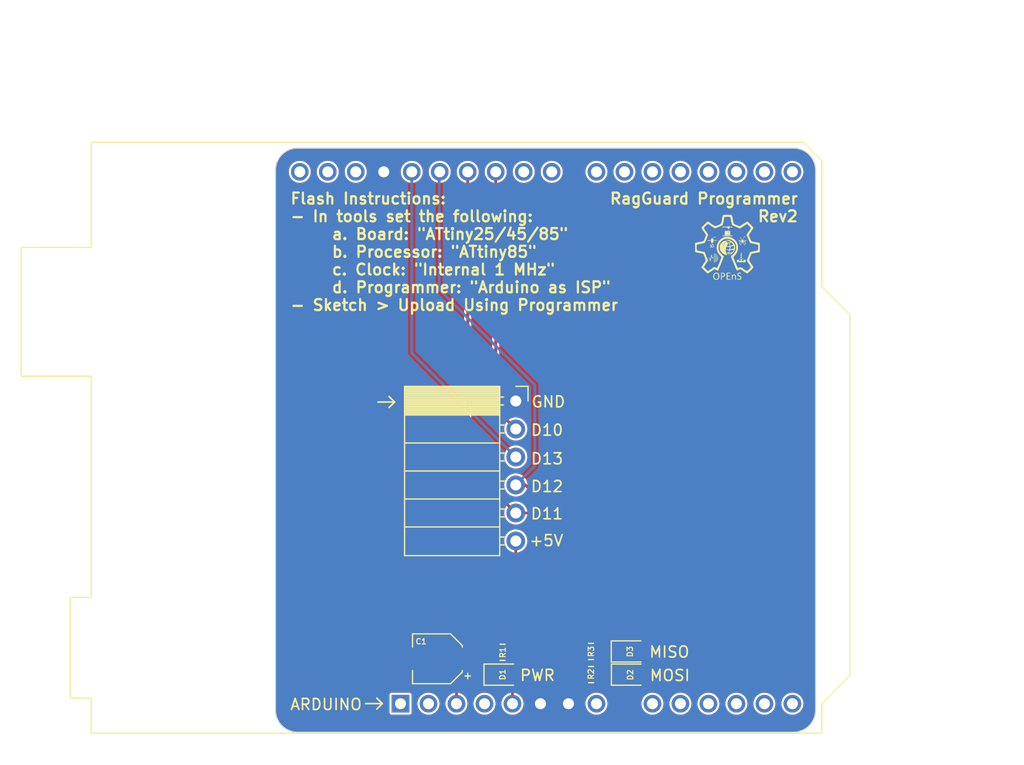
<source format=kicad_pcb>
(kicad_pcb (version 20221018) (generator pcbnew)
  (layers (0 "F.Cu" signal) (31 "B.Cu" signal) (34 "B.Paste" user) (35 "F.Paste" user) (36 "B.SilkS" user "B.Silkscreen") (37 "F.SilkS" user "F.Silkscreen") (38 "B.Mask" user) (39 "F.Mask" user) (44 "Edge.Cuts" user))
  (net 0 "")
  (net 3 "Net-(A1-~{RESET})")
  (net 5 "+5V")
  (net 6 "GND")
  (net 24 "D10")
  (net 25 "MOSI")
  (net 26 "MISO")
  (net 27 "D13")
  (net 31 "Net-(D1-K)")
  (net 32 "Net-(D2-K)")
  (net 33 "Net-(D3-K)")
  (footprint "Connector_PinSocket_2.54mm:PinSocket_1x06_P2.54mm_Horizontal" (layer "F.Cu") (at 147.8 81.95)
    (fp_text reference "J1" hide)
    (fp_text value "PRGM" hide)
    (pad "1" thru_hole rect (at 0 0) (size 1.7 1.7) (drill 1) (layers "*.Cu" "*.Mask") (net 6 "GND"))
    (pad "2" thru_hole oval (at 0 2.54) (size 1.7 1.7) (drill 1) (layers "*.Cu" "*.Mask") (net 24 "D10"))
    (pad "3" thru_hole oval (at 0 5.08) (size 1.7 1.7) (drill 1) (layers "*.Cu" "*.Mask") (net 27 "D13"))
    (pad "4" thru_hole oval (at 0 7.62) (size 1.7 1.7) (drill 1) (layers "*.Cu" "*.Mask") (net 26 "MISO"))
    (pad "5" thru_hole oval (at 0 10.16) (size 1.7 1.7) (drill 1) (layers "*.Cu" "*.Mask") (net 25 "MOSI"))
    (pad "6" thru_hole oval (at 0 12.7) (size 1.7 1.7) (drill 1) (layers "*.Cu" "*.Mask") (net 5 "+5V"))
  )
  (footprint "Diode_SMD:D_0805_2012Metric" (layer "F.Cu") (at 146.6 106.775)
    (fp_text reference "D1" hide)
    (fp_text value "PWR" hide)
    (pad "1" smd roundrect (at -0.9375 0) (size 0.975 1.4) (layers "F.Cu" "F.Paste" "F.Mask") (net 31 "Net-(D1-K)"))
    (pad "2" smd roundrect (at 0.9375 0) (size 0.975 1.4) (layers "F.Cu" "F.Paste" "F.Mask") (net 5 "+5V"))
  )
  (footprint "KiCad Footprints:RagGuard_3D" (layer "F.Cu") (at 152.4 88.275)
    (fp_text reference "REF**" hide)
    (fp_text value "RagGuard_3D" hide)
  )
  (footprint "Resistor_SMD:R_0805_2012Metric" (layer "F.Cu") (at 146.6 104.75)
    (fp_text reference "R1" (at 0.02 0.02 90) (layer "F.SilkS") (effects (font (size 0.5 0.5) (thickness 0.1) bold)))
    (fp_text value "1k")
    (pad "1" smd roundrect (at -0.9125 0) (size 1.025 1.4) (layers "F.Cu" "F.Paste" "F.Mask") (roundrect_rratio 0.243902439) (net 31 "Net-(D1-K)"))
    (pad "2" smd roundrect (at 0.9125 0) (size 1.025 1.4) (layers "F.Cu" "F.Paste" "F.Mask") (roundrect_rratio 0.243902439) (net 6 "GND"))
  )
  (footprint "KiCad Footprints:opens_logo" (layer "F.Cu") (at 167 68)
    (fp_text reference "G***" hide)
    (fp_text value "LOGO" hide)
  )
  (footprint "Capacitor_SMD:CP_Elec_4x3" (layer "F.Cu") (at 140.69 105.34 180)
    (fp_text reference "C1" hide)
    (fp_text value "10uF" hide)
    (pad "1" smd roundrect (at -1.8 0 180) (size 2.6 1.6) (layers "F.Cu" "F.Paste" "F.Mask") (roundrect_rratio 0.15625) (net 3 "Net-(A1-~{RESET})"))
    (pad "2" smd roundrect (at 1.8 0 180) (size 2.6 1.6) (layers "F.Cu" "F.Paste" "F.Mask") (roundrect_rratio 0.15625) (net 6 "GND"))
  )
  (footprint "Module:Arduino_UNO_R3" (layer "F.Cu") (at 137.34 61.415)
    (fp_text reference "A1" hide)
    (fp_text value "Arduino_UNO_R3" hide)
    (pad "1" thru_hole rect (at 0 48 270) (size 1.6 1.6) (drill 1) (layers "*.Cu" "*.Mask"))
    (pad "2" thru_hole oval (at 2.54 48 270) (size 1.6 1.6) (drill 1) (layers "*.Cu" "*.Mask"))
    (pad "3" thru_hole oval (at 5.08 48 270) (size 1.6 1.6) (drill 1) (layers "*.Cu" "*.Mask") (net 3 "Net-(A1-~{RESET})"))
    (pad "4" thru_hole oval (at 7.62 48 270) (size 1.6 1.6) (drill 1) (layers "*.Cu" "*.Mask"))
    (pad "5" thru_hole oval (at 10.16 48 270) (size 1.6 1.6) (drill 1) (layers "*.Cu" "*.Mask") (net 5 "+5V"))
    (pad "6" thru_hole oval (at 12.7 48 270) (size 1.6 1.6) (drill 1) (layers "*.Cu" "*.Mask") (net 6 "GND"))
    (pad "7" thru_hole oval (at 15.24 48 270) (size 1.6 1.6) (drill 1) (layers "*.Cu" "*.Mask") (net 6 "GND"))
    (pad "8" thru_hole oval (at 17.78 48 270) (size 1.6 1.6) (drill 1) (layers "*.Cu" "*.Mask"))
    (pad "9" thru_hole oval (at 22.86 48 270) (size 1.6 1.6) (drill 1) (layers "*.Cu" "*.Mask"))
    (pad "10" thru_hole oval (at 25.4 48 270) (size 1.6 1.6) (drill 1) (layers "*.Cu" "*.Mask"))
    (pad "11" thru_hole oval (at 27.94 48 270) (size 1.6 1.6) (drill 1) (layers "*.Cu" "*.Mask"))
    (pad "12" thru_hole oval (at 30.48 48 270) (size 1.6 1.6) (drill 1) (layers "*.Cu" "*.Mask"))
    (pad "13" thru_hole oval (at 33.02 48 270) (size 1.6 1.6) (drill 1) (layers "*.Cu" "*.Mask"))
    (pad "14" thru_hole oval (at 35.56 48 270) (size 1.6 1.6) (drill 1) (layers "*.Cu" "*.Mask"))
    (pad "15" thru_hole oval (at 35.56 -0.26 270) (size 1.6 1.6) (drill 1) (layers "*.Cu" "*.Mask"))
    (pad "16" thru_hole oval (at 33.02 -0.26 270) (size 1.6 1.6) (drill 1) (layers "*.Cu" "*.Mask"))
    (pad "17" thru_hole oval (at 30.48 -0.26 270) (size 1.6 1.6) (drill 1) (layers "*.Cu" "*.Mask"))
    (pad "18" thru_hole oval (at 27.94 -0.26 270) (size 1.6 1.6) (drill 1) (layers "*.Cu" "*.Mask"))
    (pad "19" thru_hole oval (at 25.4 -0.26 270) (size 1.6 1.6) (drill 1) (layers "*.Cu" "*.Mask"))
    (pad "20" thru_hole oval (at 22.86 -0.26 270) (size 1.6 1.6) (drill 1) (layers "*.Cu" "*.Mask"))
    (pad "21" thru_hole oval (at 20.32 -0.26 270) (size 1.6 1.6) (drill 1) (layers "*.Cu" "*.Mask"))
    (pad "22" thru_hole oval (at 17.78 -0.26 270) (size 1.6 1.6) (drill 1) (layers "*.Cu" "*.Mask"))
    (pad "23" thru_hole oval (at 13.72 -0.26 270) (size 1.6 1.6) (drill 1) (layers "*.Cu" "*.Mask"))
    (pad "24" thru_hole oval (at 11.18 -0.26 270) (size 1.6 1.6) (drill 1) (layers "*.Cu" "*.Mask"))
    (pad "25" thru_hole oval (at 8.64 -0.26 270) (size 1.6 1.6) (drill 1) (layers "*.Cu" "*.Mask") (net 24 "D10"))
    (pad "26" thru_hole oval (at 6.1 -0.26 270) (size 1.6 1.6) (drill 1) (layers "*.Cu" "*.Mask") (net 25 "MOSI"))
    (pad "27" thru_hole oval (at 3.56 -0.26 270) (size 1.6 1.6) (drill 1) (layers "*.Cu" "*.Mask") (net 26 "MISO"))
    (pad "28" thru_hole oval (at 1.02 -0.26 270) (size 1.6 1.6) (drill 1) (layers "*.Cu" "*.Mask") (net 27 "D13"))
    (pad "29" thru_hole oval (at -1.52 -0.26 270) (size 1.6 1.6) (drill 1) (layers "*.Cu" "*.Mask") (net 6 "GND"))
    (pad "30" thru_hole oval (at -4.06 -0.26 270) (size 1.6 1.6) (drill 1) (layers "*.Cu" "*.Mask"))
    (pad "31" thru_hole oval (at -6.6 -0.26 270) (size 1.6 1.6) (drill 1) (layers "*.Cu" "*.Mask"))
    (pad "32" thru_hole oval (at -9.14 -0.26 270) (size 1.6 1.6) (drill 1) (layers "*.Cu" "*.Mask"))
  )
  (footprint "Resistor_SMD:R_0805_2012Metric" (layer "F.Cu") (at 154.6375 106.775 180)
    (fp_text reference "R2" hide)
    (fp_text value "1k")
    (pad "1" smd roundrect (at -0.9125 0 180) (size 1.025 1.4) (layers "F.Cu" "F.Paste" "F.Mask") (roundrect_rratio 0.243902439) (net 32 "Net-(D2-K)"))
    (pad "2" smd roundrect (at 0.9125 0 180) (size 1.025 1.4) (layers "F.Cu" "F.Paste" "F.Mask") (roundrect_rratio 0.243902439) (net 6 "GND"))
  )
  (footprint "Diode_SMD:D_0805_2012Metric" (layer "F.Cu") (at 158.1625 106.775)
    (fp_text reference "D2" hide)
    (fp_text value "PRGM1")
    (pad "1" smd roundrect (at -0.9375 0) (size 0.975 1.4) (layers "F.Cu" "F.Paste" "F.Mask") (net 32 "Net-(D2-K)"))
    (pad "2" smd roundrect (at 0.9375 0) (size 0.975 1.4) (layers "F.Cu" "F.Paste" "F.Mask") (net 25 "MOSI"))
  )
  (footprint "Resistor_SMD:R_0805_2012Metric" (layer "F.Cu") (at 154.625 104.675 180)
    (fp_text reference "R3" hide)
    (fp_text value "1k")
    (pad "1" smd roundrect (at -0.9125 0 180) (size 1.025 1.4) (layers "F.Cu" "F.Paste" "F.Mask") (roundrect_rratio 0.243902439) (net 33 "Net-(D3-K)"))
    (pad "2" smd roundrect (at 0.9125 0 180) (size 1.025 1.4) (layers "F.Cu" "F.Paste" "F.Mask") (roundrect_rratio 0.243902439) (net 6 "GND"))
  )
  (footprint "Diode_SMD:D_0805_2012Metric" (layer "F.Cu") (at 158.15 104.675)
    (fp_text reference "D3" hide)
    (fp_text value "PRGM2")
    (pad "1" smd roundrect (at -0.9375 0) (size 0.975 1.4) (layers "F.Cu" "F.Paste" "F.Mask") (net 33 "Net-(D3-K)"))
    (pad "2" smd roundrect (at 0.9375 0) (size 0.975 1.4) (layers "F.Cu" "F.Paste" "F.Mask") (net 26 "MISO"))
  )
  (gr_line (start 136.799999 82.041504) (end 136.299999 81.541504) (stroke (width 0.15)) (layer "F.SilkS"))
  (gr_line (start 135.685768 109.404155) (end 135.185768 109.904155) (stroke (width 0.15)) (layer "F.SilkS"))
  (gr_line (start 134.185768 109.404155) (end 135.685768 109.404155) (stroke (width 0.15)) (layer "F.SilkS"))
  (gr_line (start 135.299999 82.041504) (end 136.799999 82.041504) (stroke (width 0.15)) (layer "F.SilkS"))
  (gr_line (start 135.685768 109.404155) (end 135.185768 108.904155) (stroke (width 0.15)) (layer "F.SilkS"))
  (gr_line (start 136.799999 82.041504) (end 136.299999 82.541504) (stroke (width 0.15)) (layer "F.SilkS"))
  (gr_arc (start 128 112) (mid 126.585786 111.414214) (end 126 110) (stroke (width 0.1)) (layer "Edge.Cuts"))
  (gr_arc (start 126 61) (mid 126.585786 59.585786) (end 128 59) (stroke (width 0.1)) (layer "Edge.Cuts"))
  (gr_line (start 128 59) (end 173 59) (stroke (width 0.1)) (layer "Edge.Cuts"))
  (gr_arc (start 175 110) (mid 174.414214 111.414214) (end 173 112) (stroke (width 0.1)) (layer "Edge.Cuts"))
  (gr_line (start 175 61) (end 175 110) (stroke (width 0.1)) (layer "Edge.Cuts"))
  (gr_line (start 128 112) (end 173 112) (stroke (width 0.1)) (layer "Edge.Cuts"))
  (gr_arc (start 173 59) (mid 174.414214 59.585786) (end 175 61) (stroke (width 0.1)) (layer "Edge.Cuts"))
  (gr_line (start 126 110) (end 126 61) (stroke (width 0.1)) (layer "Edge.Cuts"))
  (gr_text "D11" (at 149.072361 92.766815) (layer "F.SilkS") (effects (font (size 1 1)) (justify left bottom)))
  (gr_text "MISO" (at 159.825 104.725) (layer "F.SilkS") (effects (font (size 1 1)) (justify left)))
  (gr_text "R3" (at 154.64 104.68 90) (layer "F.SilkS") (effects (font (size 0.5 0.5) (thickness 0.1) bold)))
  (gr_text "PWR" (at 148.1 107.425) (layer "F.SilkS") (effects (font (size 1 1)) (justify left bottom)))
  (gr_text "Flash Instructions:\n- In tools set the following:\n 	a. Board: {dblquote}ATtiny25/45/85{dblquote}\n	b. Processor: {dblquote}ATtiny85{dblquote}\n	c. Clock: {dblquote}Internal 1 MHz{dblquote}\n 	d. Programmer: {dblquote}Arduino as ISP{dblquote}\n- Sketch > Upload Using Programmer\n" (at 127.257343 63) (layer "F.SilkS") (effects (font (size 1 1) (thickness 0.2) bold) (justify left top)))
  (gr_text "D13" (at 149.082646 87.774999) (layer "F.SilkS") (effects (font (size 1 1)) (justify left bottom)))
  (gr_text "MOSI" (at 159.875 106.85) (layer "F.SilkS") (effects (font (size 1 1)) (justify left)))
  (gr_text "D2" (at 158.19 106.8 90) (layer "F.SilkS") (effects (font (size 0.5 0.5) (thickness 0.1) bold)))
  (gr_text "D3" (at 158.16 104.69 90) (layer "F.SilkS") (effects (font (size 0.5 0.5) (thickness 0.1) bold)))
  (gr_text "D1" (at 146.6 106.775 90) (layer "F.SilkS") (effects (font (size 0.5 0.5) (thickness 0.1) bold)))
  (gr_text "D12" (at 149.082646 90.292547) (layer "F.SilkS") (effects (font (size 1 1)) (justify left bottom)))
  (gr_text "GND" (at 149.135656 82.610656) (layer "F.SilkS") (effects (font (size 1 1)) (justify left bottom)))
  (gr_text "D10" (at 149.082646 85.17753) (layer "F.SilkS") (effects (font (size 1 1)) (justify left bottom)))
  (gr_text "C1" (at 139.21 103.77) (layer "F.SilkS") (effects (font (size 0.5 0.5) (thickness 0.1) bold)))
  (gr_text "RagGuard Programmer\nRev2" (at 173.5 63) (layer "F.SilkS") (effects (font (size 1 1) (thickness 0.2) bold) (justify right top)))
  (gr_text "R2" (at 154.63 106.73 90) (layer "F.SilkS") (effects (font (size 0.5 0.5) (thickness 0.1) bold)))
  (gr_text "ARDUINO" (at 127.25334 110.067264) (layer "F.SilkS") (effects (font (size 1 1)) (justify left bottom)))
  (gr_text "+5V" (at 148.95367 95.199985) (layer "F.SilkS") (effects (font (size 1 1)) (justify left bottom)))
  (segment (start 142.42 109.415) (end 142.42 105.41) (width 0.25) (layer "F.Cu") (net 3))
  (segment (start 142.42 105.41) (end 142.49 105.34) (width 0.25) (layer "F.Cu") (net 3))
  (segment (start 146.6 101.375) (end 146.6 105.8375) (width 0.25) (layer "F.Cu") (net 5))
  (segment (start 147.8 94.65) (end 147.8 100.175) (width 0.25) (layer "F.Cu") (net 5))
  (segment (start 147.5 109.415) (end 147.5 106.8125) (width 0.25) (layer "F.Cu") (net 5))
  (segment (start 147.8 100.175) (end 146.6 101.375) (width 0.25) (layer "F.Cu") (net 5))
  (segment (start 146.6 105.8375) (end 147.5375 106.775) (width 0.25) (layer "F.Cu") (net 5))
  (segment (start 147.5 106.8125) (end 147.5375 106.775) (width 0.25) (layer "F.Cu") (net 5))
  (segment (start 147.8 84.49) (end 145.98 82.67) (width 0.25) (layer "F.Cu") (net 24))
  (segment (start 145.98 82.67) (end 145.98 61.155) (width 0.25) (layer "F.Cu") (net 24))
  (segment (start 158.15 105.825) (end 159.1 106.775) (width 0.25) (layer "F.Cu") (net 25))
  (segment (start 158.15 100.45) (end 158.15 105.825) (width 0.25) (layer "F.Cu") (net 25))
  (segment (start 147.8 92.11) (end 149.81 92.11) (width 0.25) (layer "F.Cu") (net 25))
  (segment (start 149.81 92.11) (end 158.15 100.45) (width 0.25) (layer "F.Cu") (net 25))
  (segment (start 143.44 61.155) (end 143.44 87.75) (width 0.25) (layer "F.Cu") (net 25))
  (segment (start 143.44 87.75) (end 147.8 92.11) (width 0.25) (layer "F.Cu") (net 25))
  (segment (start 159.0875 104.675) (end 159.0875 99.9875) (width 0.25) (layer "F.Cu") (net 26))
  (segment (start 159.0875 99.9875) (end 148.65 89.55) (width 0.25) (layer "F.Cu") (net 26))
  (segment (start 148.65 89.55) (end 147.82 89.55) (width 0.25) (layer "F.Cu") (net 26))
  (segment (start 147.82 89.55) (end 147.8 89.57) (width 0.25) (layer "F.Cu") (net 26))
  (segment (start 149.525 87.845) (end 149.525 80.5) (width 0.25) (layer "B.Cu") (net 26))
  (segment (start 140.85 71.825) (end 140.85 61.205) (width 0.25) (layer "B.Cu") (net 26))
  (segment (start 149.525 80.5) (end 140.85 71.825) (width 0.25) (layer "B.Cu") (net 26))
  (segment (start 140.85 61.205) (end 140.9 61.155) (width 0.25) (layer "B.Cu") (net 26))
  (segment (start 147.8 89.57) (end 149.525 87.845) (width 0.25) (layer "B.Cu") (net 26))
  (segment (start 147.8 87.03) (end 138.36 77.59) (width 0.25) (layer "B.Cu") (net 27))
  (segment (start 138.36 77.59) (end 138.36 61.155) (width 0.25) (layer "B.Cu") (net 27))
  (segment (start 145.6625 104.775) (end 145.6875 104.75) (width 0.25) (layer "F.Cu") (net 31))
  (segment (start 145.6625 106.775) (end 145.6625 104.775) (width 0.25) (layer "F.Cu") (net 31))
  (segment (start 155.55 106.775) (end 157.225 106.775) (width 0.25) (layer "F.Cu") (net 32))
  (segment (start 155.5375 104.675) (end 157.2125 104.675) (width 0.25) (layer "F.Cu") (net 33))
  (zone (net 6) (net_name "GND") (layers "F&B.Cu") (connect_pads yes (clearance 0.2)) (min_thickness 0.25) (fill yes (thermal_gap 0.5) (thermal_bridge_width 0.5))
    (polygon (pts (xy 101 55) (xy 179 55) (xy 179 115) (xy 101 115)))
  )
)
</source>
